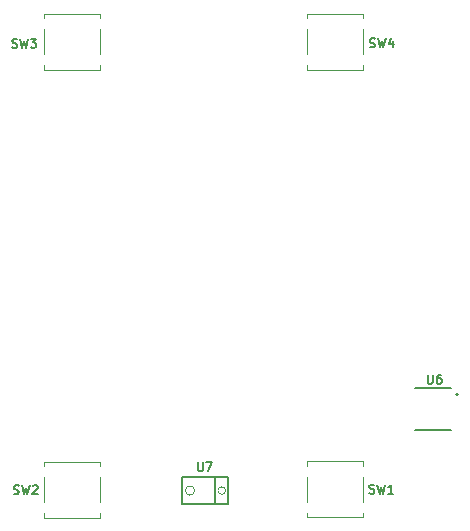
<source format=gbr>
G04 #@! TF.GenerationSoftware,KiCad,Pcbnew,5.1.5-52549c5~84~ubuntu19.04.1*
G04 #@! TF.CreationDate,2020-01-17T15:01:35+01:00*
G04 #@! TF.ProjectId,badge,62616467-652e-46b6-9963-61645f706362,rev?*
G04 #@! TF.SameCoordinates,Original*
G04 #@! TF.FileFunction,Legend,Top*
G04 #@! TF.FilePolarity,Positive*
%FSLAX46Y46*%
G04 Gerber Fmt 4.6, Leading zero omitted, Abs format (unit mm)*
G04 Created by KiCad (PCBNEW 5.1.5-52549c5~84~ubuntu19.04.1) date 2020-01-17 15:01:35*
%MOMM*%
%LPD*%
G04 APERTURE LIST*
%ADD10C,0.127000*%
%ADD11C,0.063500*%
%ADD12C,0.200000*%
%ADD13C,0.120000*%
%ADD14C,0.152400*%
G04 APERTURE END LIST*
D10*
X118130300Y-115381640D02*
X120916680Y-115381640D01*
X120916680Y-115381640D02*
X122067300Y-115381640D01*
X118130300Y-117738760D02*
X120916680Y-117738760D01*
X120916680Y-117738760D02*
X122067300Y-117738760D01*
X118130300Y-117738760D02*
X118130300Y-115381640D01*
X122067300Y-117738760D02*
X122067300Y-115381640D01*
X120916680Y-117738760D02*
X120916680Y-115381640D01*
D11*
X119216747Y-116560200D02*
G75*
G03X119216747Y-116560200I-387947J0D01*
G01*
X121842385Y-116560200D02*
G75*
G03X121842385Y-116560200I-316105J0D01*
G01*
D10*
X140932800Y-107881400D02*
X137872800Y-107881400D01*
X137872800Y-111421400D02*
X140932800Y-111421400D01*
D12*
X141547800Y-108451400D02*
G75*
G03X141547800Y-108451400I-100000J0D01*
G01*
D13*
X128752400Y-117488600D02*
X128752400Y-115428600D01*
X133492400Y-117488600D02*
X133492400Y-115428600D01*
X133492400Y-118828600D02*
X133492400Y-118428600D01*
X128752400Y-118828600D02*
X133492400Y-118828600D01*
X128752400Y-118828600D02*
X128752400Y-118428600D01*
X133492400Y-114088600D02*
X133492400Y-114488600D01*
X128752400Y-114088600D02*
X128752400Y-114488600D01*
X128752400Y-114088600D02*
X133492400Y-114088600D01*
X106476600Y-114114000D02*
X111216600Y-114114000D01*
X106476600Y-114114000D02*
X106476600Y-114514000D01*
X111216600Y-114114000D02*
X111216600Y-114514000D01*
X106476600Y-118854000D02*
X106476600Y-118454000D01*
X106476600Y-118854000D02*
X111216600Y-118854000D01*
X111216600Y-118854000D02*
X111216600Y-118454000D01*
X111216600Y-117514000D02*
X111216600Y-115454000D01*
X106476600Y-117514000D02*
X106476600Y-115454000D01*
X106476600Y-79580000D02*
X106476600Y-77520000D01*
X111216600Y-79580000D02*
X111216600Y-77520000D01*
X111216600Y-80920000D02*
X111216600Y-80520000D01*
X106476600Y-80920000D02*
X111216600Y-80920000D01*
X106476600Y-80920000D02*
X106476600Y-80520000D01*
X111216600Y-76180000D02*
X111216600Y-76580000D01*
X106476600Y-76180000D02*
X106476600Y-76580000D01*
X106476600Y-76180000D02*
X111216600Y-76180000D01*
X128752400Y-76180000D02*
X133492400Y-76180000D01*
X128752400Y-76180000D02*
X128752400Y-76580000D01*
X133492400Y-76180000D02*
X133492400Y-76580000D01*
X128752400Y-80920000D02*
X128752400Y-80520000D01*
X128752400Y-80920000D02*
X133492400Y-80920000D01*
X133492400Y-80920000D02*
X133492400Y-80520000D01*
X133492400Y-79580000D02*
X133492400Y-77520000D01*
X128752400Y-79580000D02*
X128752400Y-77520000D01*
D14*
X119492828Y-114161714D02*
X119492828Y-114778571D01*
X119529114Y-114851142D01*
X119565400Y-114887428D01*
X119637971Y-114923714D01*
X119783114Y-114923714D01*
X119855685Y-114887428D01*
X119891971Y-114851142D01*
X119928257Y-114778571D01*
X119928257Y-114161714D01*
X120218542Y-114161714D02*
X120726542Y-114161714D01*
X120399971Y-114923714D01*
X138949228Y-106770314D02*
X138949228Y-107387171D01*
X138985514Y-107459742D01*
X139021800Y-107496028D01*
X139094371Y-107532314D01*
X139239514Y-107532314D01*
X139312085Y-107496028D01*
X139348371Y-107459742D01*
X139384657Y-107387171D01*
X139384657Y-106770314D01*
X140074085Y-106770314D02*
X139928942Y-106770314D01*
X139856371Y-106806600D01*
X139820085Y-106842885D01*
X139747514Y-106951742D01*
X139711228Y-107096885D01*
X139711228Y-107387171D01*
X139747514Y-107459742D01*
X139783800Y-107496028D01*
X139856371Y-107532314D01*
X140001514Y-107532314D01*
X140074085Y-107496028D01*
X140110371Y-107459742D01*
X140146657Y-107387171D01*
X140146657Y-107205742D01*
X140110371Y-107133171D01*
X140074085Y-107096885D01*
X140001514Y-107060600D01*
X139856371Y-107060600D01*
X139783800Y-107096885D01*
X139747514Y-107133171D01*
X139711228Y-107205742D01*
X134019000Y-116778428D02*
X134127857Y-116814714D01*
X134309285Y-116814714D01*
X134381857Y-116778428D01*
X134418142Y-116742142D01*
X134454428Y-116669571D01*
X134454428Y-116597000D01*
X134418142Y-116524428D01*
X134381857Y-116488142D01*
X134309285Y-116451857D01*
X134164142Y-116415571D01*
X134091571Y-116379285D01*
X134055285Y-116343000D01*
X134019000Y-116270428D01*
X134019000Y-116197857D01*
X134055285Y-116125285D01*
X134091571Y-116089000D01*
X134164142Y-116052714D01*
X134345571Y-116052714D01*
X134454428Y-116089000D01*
X134708428Y-116052714D02*
X134889857Y-116814714D01*
X135035000Y-116270428D01*
X135180142Y-116814714D01*
X135361571Y-116052714D01*
X136051000Y-116814714D02*
X135615571Y-116814714D01*
X135833285Y-116814714D02*
X135833285Y-116052714D01*
X135760714Y-116161571D01*
X135688142Y-116234142D01*
X135615571Y-116270428D01*
X103909000Y-116828428D02*
X104017857Y-116864714D01*
X104199285Y-116864714D01*
X104271857Y-116828428D01*
X104308142Y-116792142D01*
X104344428Y-116719571D01*
X104344428Y-116647000D01*
X104308142Y-116574428D01*
X104271857Y-116538142D01*
X104199285Y-116501857D01*
X104054142Y-116465571D01*
X103981571Y-116429285D01*
X103945285Y-116393000D01*
X103909000Y-116320428D01*
X103909000Y-116247857D01*
X103945285Y-116175285D01*
X103981571Y-116139000D01*
X104054142Y-116102714D01*
X104235571Y-116102714D01*
X104344428Y-116139000D01*
X104598428Y-116102714D02*
X104779857Y-116864714D01*
X104925000Y-116320428D01*
X105070142Y-116864714D01*
X105251571Y-116102714D01*
X105505571Y-116175285D02*
X105541857Y-116139000D01*
X105614428Y-116102714D01*
X105795857Y-116102714D01*
X105868428Y-116139000D01*
X105904714Y-116175285D01*
X105941000Y-116247857D01*
X105941000Y-116320428D01*
X105904714Y-116429285D01*
X105469285Y-116864714D01*
X105941000Y-116864714D01*
X103779000Y-79028428D02*
X103887857Y-79064714D01*
X104069285Y-79064714D01*
X104141857Y-79028428D01*
X104178142Y-78992142D01*
X104214428Y-78919571D01*
X104214428Y-78847000D01*
X104178142Y-78774428D01*
X104141857Y-78738142D01*
X104069285Y-78701857D01*
X103924142Y-78665571D01*
X103851571Y-78629285D01*
X103815285Y-78593000D01*
X103779000Y-78520428D01*
X103779000Y-78447857D01*
X103815285Y-78375285D01*
X103851571Y-78339000D01*
X103924142Y-78302714D01*
X104105571Y-78302714D01*
X104214428Y-78339000D01*
X104468428Y-78302714D02*
X104649857Y-79064714D01*
X104795000Y-78520428D01*
X104940142Y-79064714D01*
X105121571Y-78302714D01*
X105339285Y-78302714D02*
X105811000Y-78302714D01*
X105557000Y-78593000D01*
X105665857Y-78593000D01*
X105738428Y-78629285D01*
X105774714Y-78665571D01*
X105811000Y-78738142D01*
X105811000Y-78919571D01*
X105774714Y-78992142D01*
X105738428Y-79028428D01*
X105665857Y-79064714D01*
X105448142Y-79064714D01*
X105375571Y-79028428D01*
X105339285Y-78992142D01*
X134059000Y-78988428D02*
X134167857Y-79024714D01*
X134349285Y-79024714D01*
X134421857Y-78988428D01*
X134458142Y-78952142D01*
X134494428Y-78879571D01*
X134494428Y-78807000D01*
X134458142Y-78734428D01*
X134421857Y-78698142D01*
X134349285Y-78661857D01*
X134204142Y-78625571D01*
X134131571Y-78589285D01*
X134095285Y-78553000D01*
X134059000Y-78480428D01*
X134059000Y-78407857D01*
X134095285Y-78335285D01*
X134131571Y-78299000D01*
X134204142Y-78262714D01*
X134385571Y-78262714D01*
X134494428Y-78299000D01*
X134748428Y-78262714D02*
X134929857Y-79024714D01*
X135075000Y-78480428D01*
X135220142Y-79024714D01*
X135401571Y-78262714D01*
X136018428Y-78516714D02*
X136018428Y-79024714D01*
X135837000Y-78226428D02*
X135655571Y-78770714D01*
X136127285Y-78770714D01*
M02*

</source>
